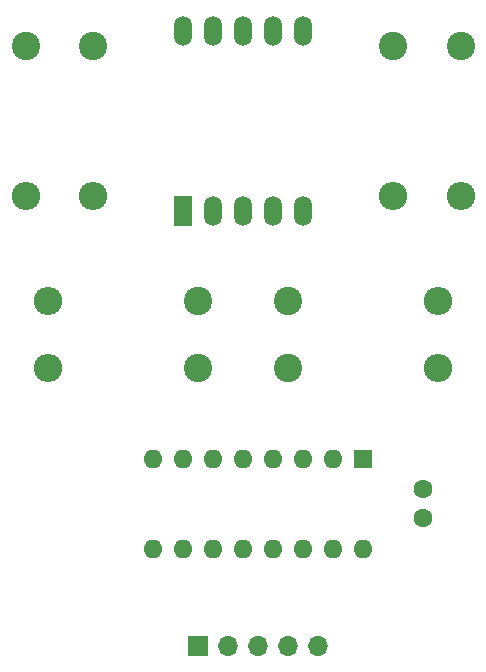
<source format=gbr>
%TF.GenerationSoftware,KiCad,Pcbnew,(6.0.4)*%
%TF.CreationDate,2022-04-30T17:38:09-07:00*%
%TF.ProjectId,SingleSevenSegments,53696e67-6c65-4536-9576-656e5365676d,rev?*%
%TF.SameCoordinates,Original*%
%TF.FileFunction,Soldermask,Top*%
%TF.FilePolarity,Negative*%
%FSLAX46Y46*%
G04 Gerber Fmt 4.6, Leading zero omitted, Abs format (unit mm)*
G04 Created by KiCad (PCBNEW (6.0.4)) date 2022-04-30 17:38:09*
%MOMM*%
%LPD*%
G01*
G04 APERTURE LIST*
%ADD10C,1.600000*%
%ADD11C,2.400000*%
%ADD12O,2.400000X2.400000*%
%ADD13R,1.524000X2.524000*%
%ADD14O,1.524000X2.524000*%
%ADD15R,1.600000X1.600000*%
%ADD16O,1.600000X1.600000*%
%ADD17R,1.700000X1.700000*%
%ADD18O,1.700000X1.700000*%
G04 APERTURE END LIST*
D10*
%TO.C,C1*%
X157480000Y-74285000D03*
X157480000Y-71785000D03*
%TD*%
D11*
%TO.C,R2*%
X160655000Y-34290000D03*
D12*
X160655000Y-46990000D03*
%TD*%
D11*
%TO.C,R6*%
X129540000Y-34290000D03*
D12*
X129540000Y-46990000D03*
%TD*%
D13*
%TO.C,U2*%
X137160000Y-48260000D03*
D14*
X139700000Y-48260000D03*
X142240000Y-48260000D03*
X144780000Y-48260000D03*
X147320000Y-48260000D03*
X147320000Y-33020000D03*
X144780000Y-33020000D03*
X142240000Y-33020000D03*
X139700000Y-33020000D03*
X137160000Y-33020000D03*
%TD*%
D11*
%TO.C,R4*%
X138430000Y-55880000D03*
D12*
X125730000Y-55880000D03*
%TD*%
D15*
%TO.C,U1*%
X152385000Y-69225000D03*
D16*
X149845000Y-69225000D03*
X147305000Y-69225000D03*
X144765000Y-69225000D03*
X142225000Y-69225000D03*
X139685000Y-69225000D03*
X137145000Y-69225000D03*
X134605000Y-69225000D03*
X134605000Y-76845000D03*
X137145000Y-76845000D03*
X139685000Y-76845000D03*
X142225000Y-76845000D03*
X144765000Y-76845000D03*
X147305000Y-76845000D03*
X149845000Y-76845000D03*
X152385000Y-76845000D03*
%TD*%
D11*
%TO.C,R3*%
X146050000Y-55880000D03*
D12*
X158750000Y-55880000D03*
%TD*%
D17*
%TO.C,J1*%
X138435000Y-85090000D03*
D18*
X140975000Y-85090000D03*
X143515000Y-85090000D03*
X146055000Y-85090000D03*
X148595000Y-85090000D03*
%TD*%
D11*
%TO.C,R1*%
X154940000Y-34290000D03*
D12*
X154940000Y-46990000D03*
%TD*%
D11*
%TO.C,R8*%
X146050000Y-61595000D03*
D12*
X158750000Y-61595000D03*
%TD*%
D11*
%TO.C,R7*%
X123825000Y-34290000D03*
D12*
X123825000Y-46990000D03*
%TD*%
D11*
%TO.C,R5*%
X138430000Y-61595000D03*
D12*
X125730000Y-61595000D03*
%TD*%
M02*

</source>
